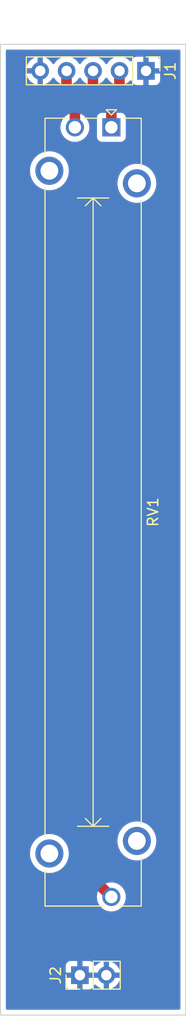
<source format=kicad_pcb>
(kicad_pcb (version 20211014) (generator pcbnew)
  (layers (0 "F.Cu" signal) (31 "B.Cu" signal) (34 "B.Paste" user) (35 "F.Paste" user) (36 "B.SilkS" user "B.Silkscreen") (37 "F.SilkS" user "F.Silkscreen") (38 "B.Mask" user) (39 "F.Mask" user) (44 "Edge.Cuts" user))
  (net 0 "")
  (net 1 "Net-(RV1-Pad1)")
  (net 2 "Net-(RV1-Pad2)")
  (net 3 "Net-(RV1-Pad3)")
  (net 4 "GND")
  (footprint "Connector_PinHeader_2.54mm:PinHeader_1x05_P2.54mm_Vertical" (layer "F.Cu") (at 170.175 45.72 -90)
    (fp_text reference "J1" (at 0 -2.33 -90) (layer "F.SilkS"))
    (fp_text value "Conn_01x05_Male")
    (fp_line (start -1.33 0) (end -1.33 -1.33) (layer "F.SilkS") (width 0.12))
    (fp_line (start -1.33 11.49) (end 1.33 11.49) (layer "F.SilkS") (width 0.12))
    (fp_line (start -1.33 1.27) (end 1.33 1.27) (layer "F.SilkS") (width 0.12))
    (fp_line (start -1.33 -1.33) (end 0 -1.33) (layer "F.SilkS") (width 0.12))
    (fp_line (start -1.33 1.27) (end -1.33 11.49) (layer "F.SilkS") (width 0.12))
    (fp_line (start 1.33 1.27) (end 1.33 11.49) (layer "F.SilkS") (width 0.12))
    (pad "1" thru_hole rect (at 0 0 270) (size 1.7 1.7) (drill 1) (layers *.Cu *.Mask) (net 4 "GND"))
    (pad "2" thru_hole oval (at 0 2.54 270) (size 1.7 1.7) (drill 1) (layers *.Cu *.Mask) (net 1 "Net-(RV1-Pad1)"))
    (pad "3" thru_hole oval (at 0 5.08 270) (size 1.7 1.7) (drill 1) (layers *.Cu *.Mask) (net 2 "Net-(RV1-Pad2)"))
    (pad "4" thru_hole oval (at 0 7.62 270) (size 1.7 1.7) (drill 1) (layers *.Cu *.Mask) (net 3 "Net-(RV1-Pad3)"))
    (pad "5" thru_hole oval (at 0 10.16 270) (size 1.7 1.7) (drill 1) (layers *.Cu *.Mask) (net 4 "GND"))
  )
  (footprint "Connector_PinHeader_2.54mm:PinHeader_1x02_P2.54mm_Vertical" (layer "F.Cu") (at 163.83 132.08 90)
    (fp_text reference "J2" (at 0 -2.33 90) (layer "F.SilkS"))
    (fp_text value "Conn_01x02")
    (fp_line (start 1.33 1.27) (end 1.33 3.87) (layer "F.SilkS") (width 0.12))
    (fp_line (start -1.33 -1.33) (end 0 -1.33) (layer "F.SilkS") (width 0.12))
    (fp_line (start -1.33 1.27) (end -1.33 3.87) (layer "F.SilkS") (width 0.12))
    (fp_line (start -1.33 1.27) (end 1.33 1.27) (layer "F.SilkS") (width 0.12))
    (fp_line (start -1.33 3.87) (end 1.33 3.87) (layer "F.SilkS") (width 0.12))
    (fp_line (start -1.33 0) (end -1.33 -1.33) (layer "F.SilkS") (width 0.12))
    (pad "1" thru_hole rect (at 0 0 90) (size 1.7 1.7) (drill 1) (layers *.Cu *.Mask) (net 4 "GND"))
    (pad "2" thru_hole oval (at 0 2.54 90) (size 1.7 1.7) (drill 1) (layers *.Cu *.Mask) (net 4 "GND"))
  )
  (footprint "Potentiometer_THT:Potentiometer_Bourns_PTA6043_Single_Slide" (layer "F.Cu") (at 166.85 51.11 -90)
    (fp_text reference "RV1" (at 36.75 -4 90) (layer "F.SilkS"))
    (fp_text value "R_Potentiometer")
    (fp_line (start 69.786 -2.87) (end 74.37 -2.87) (layer "F.SilkS") (width 0.12))
    (fp_line (start 7.5 1) (end 6.75 1.75) (layer "F.SilkS") (width 0.12))
    (fp_line (start -0.87 -2.87) (end -0.87 -1.175) (layer "F.SilkS") (width 0.12))
    (fp_line (start 66 1) (end 66.75 1.75) (layer "F.SilkS") (width 0.12))
    (fp_line (start 6.75 1.75) (end 7.5 2.5) (layer "F.SilkS") (width 0.12))
    (fp_line (start -0.87 1.175) (end -0.87 2.678) (layer "F.SilkS") (width 0.12))
    (fp_line (start 6.75 1.75) (end 66.75 1.75) (layer "F.SilkS") (width 0.12))
    (fp_line (start 5.786 6.37) (end 67.715 6.37) (layer "F.SilkS") (width 0.12))
    (fp_line (start -0.87 6.37) (end 2.515 6.37) (layer "F.SilkS") (width 0.12))
    (fp_line (start -1.675 -0.5) (end -1.675 0.5) (layer "F.SilkS") (width 0.12))
    (fp_line (start 66.75 1.75) (end 66 2.5) (layer "F.SilkS") (width 0.12))
    (fp_line (start -0.87 -2.87) (end 3.715 -2.87) (layer "F.SilkS") (width 0.12))
    (fp_line (start 74.37 0.823) (end 74.37 6.37) (layer "F.SilkS") (width 0.12))
    (fp_line (start 70.986 6.37) (end 74.37 6.37) (layer "F.SilkS") (width 0.12))
    (fp_line (start -1.675 0.5) (end -1.175 0) (layer "F.SilkS") (width 0.12))
    (fp_line (start -0.87 4.323) (end -0.87 6.37) (layer "F.SilkS") (width 0.12))
    (fp_line (start -1.175 0) (end -1.675 -0.5) (layer "F.SilkS") (width 0.12))
    (fp_line (start 6.75 0.25) (end 6.75 3.25) (layer "F.SilkS") (width 0.12))
    (fp_line (start 74.37 -2.87) (end 74.37 -0.823) (layer "F.SilkS") (width 0.12))
    (fp_line (start 66.75 0.25) (end 66.75 3.25) (layer "F.SilkS") (width 0.12))
    (fp_line (start 6.986 -2.87) (end 66.515 -2.87) (layer "F.SilkS") (width 0.12))
    (pad "1" thru_hole rect (at 0 0 270) (size 1.75 1.75) (drill 1.2) (layers *.Cu *.Mask) (net 1 "Net-(RV1-Pad1)"))
    (pad "2" thru_hole circle (at 0 3.5 270) (size 1.75 1.75) (drill 1.2) (layers *.Cu *.Mask) (net 2 "Net-(RV1-Pad2)"))
    (pad "3" thru_hole circle (at 73.5 0 270) (size 1.75 1.75) (drill 1.2) (layers *.Cu *.Mask) (net 3 "Net-(RV1-Pad3)"))
    (pad "MP" thru_hole circle (at 5.35 -2.45 270) (size 2.7 2.7) (drill 1.7) (layers *.Cu *.Mask))
    (pad "MP" thru_hole circle (at 69.35 5.95 270) (size 2.7 2.7) (drill 1.7) (layers *.Cu *.Mask))
    (pad "MP" thru_hole circle (at 4.15 5.95 270) (size 2.7 2.7) (drill 1.7) (layers *.Cu *.Mask))
    (pad "MP" thru_hole circle (at 68.15 -2.45 270) (size 2.7 2.7) (drill 1.7) (layers *.Cu *.Mask))
  )
  (gr_rect (start 156.21 43.18) (end 173.99 135.89) (layer "Edge.Cuts") (width 0.1) (fill none))
  (segment (start 166.85 48.415) (end 166.85 51.11) (width 1.016) (layer "F.Cu") (net 1))
  (segment (start 167.625 45.72) (end 167.625 47.64) (width 1.016) (layer "F.Cu") (net 1))
  (segment (start 167.625 47.64) (end 166.85 48.415) (width 1.016) (layer "F.Cu") (net 1))
  (segment (start 165.085 47.64) (end 163.35 49.375) (width 1.016) (layer "F.Cu") (net 2))
  (segment (start 165.085 45.72) (end 165.085 47.64) (width 1.016) (layer "F.Cu") (net 2))
  (segment (start 163.35 49.375) (end 163.35 51.11) (width 1.016) (layer "F.Cu") (net 2))
  (segment (start 162.545 45.72) (end 162.545 47.64) (width 1.016) (layer "F.Cu") (net 3))
  (segment (start 162.545 47.64) (end 161.036 49.149) (width 1.016) (layer "F.Cu") (net 3))
  (segment (start 161.036 51.689) (end 165.1 55.753) (width 1.016) (layer "F.Cu") (net 3))
  (segment (start 161.036 49.149) (end 161.036 51.689) (width 1.016) (layer "F.Cu") (net 3))
  (segment (start 165.1 122.86) (end 166.85 124.61) (width 1.016) (layer "F.Cu") (net 3))
  (segment (start 165.1 55.753) (end 165.1 122.86) (width 1.016) (layer "F.Cu") (net 3))
  (zone (net 4) (net_name "GND") (layers F&B.Cu) (connect_pads (clearance 0.508)) (min_thickness 0.254) (fill yes (thermal_gap 0.508) (thermal_bridge_width 0.508))
    (polygon (pts (xy 173.99 135.89) (xy 156.21 135.89) (xy 156.21 43.18) (xy 173.99 43.18)))
  )
)
</source>
